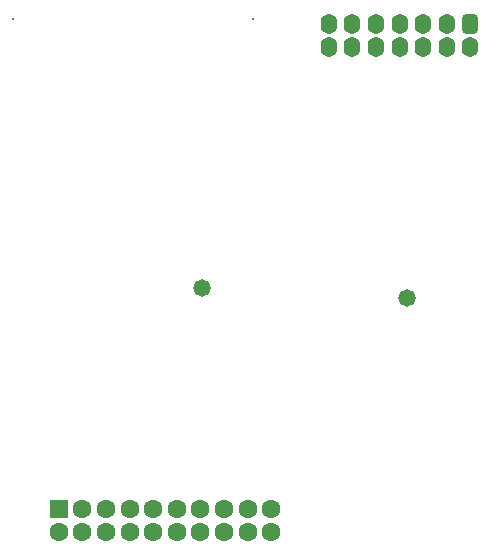
<source format=gbr>
%TF.GenerationSoftware,Altium Limited,Altium Designer,23.5.1 (21)*%
G04 Layer_Color=8388736*
%FSLAX45Y45*%
%MOMM*%
%TF.SameCoordinates,246B43F8-C8EE-452E-B3C0-F8779A116AF4*%
%TF.FilePolarity,Negative*%
%TF.FileFunction,Soldermask,Top*%
%TF.Part,Single*%
G01*
G75*
%TA.AperFunction,ComponentPad*%
%ADD30C,0.20320*%
%ADD31O,1.40320X1.70320*%
G04:AMPARAMS|DCode=32|XSize=1.7032mm|YSize=1.4032mm|CornerRadius=0.4016mm|HoleSize=0mm|Usage=FLASHONLY|Rotation=90.000|XOffset=0mm|YOffset=0mm|HoleType=Round|Shape=RoundedRectangle|*
%AMROUNDEDRECTD32*
21,1,1.70320,0.60000,0,0,90.0*
21,1,0.90000,1.40320,0,0,90.0*
1,1,0.80320,0.30000,0.45000*
1,1,0.80320,0.30000,-0.45000*
1,1,0.80320,-0.30000,-0.45000*
1,1,0.80320,-0.30000,0.45000*
%
%ADD32ROUNDEDRECTD32*%
%ADD33C,1.60320*%
%ADD34R,1.60320X1.60320*%
%TA.AperFunction,ViaPad*%
%ADD35C,1.47320*%
D30*
X660400Y5346700D02*
D03*
X2692400D02*
D03*
D31*
X3333600Y5108800D02*
D03*
X3333600Y5308800D02*
D03*
X3533600Y5108800D02*
D03*
Y5308800D02*
D03*
X3733600Y5108800D02*
D03*
Y5308800D02*
D03*
X3933600Y5108800D02*
D03*
Y5308800D02*
D03*
X4133600Y5108800D02*
D03*
Y5308800D02*
D03*
X4333600Y5108800D02*
D03*
X4533600D02*
D03*
X4333600Y5308800D02*
D03*
D32*
X4533600D02*
D03*
D33*
X2847900Y1003300D02*
D03*
X2647900D02*
D03*
X2447900D02*
D03*
X2247900D02*
D03*
X2047900D02*
D03*
X1847900D02*
D03*
X1647900D02*
D03*
X1447900D02*
D03*
X1247899D02*
D03*
X1047899D02*
D03*
X2847900Y1203300D02*
D03*
X2647900D02*
D03*
X2447900D02*
D03*
X2247900D02*
D03*
X2047900D02*
D03*
X1847900D02*
D03*
X1647900D02*
D03*
X1447900D02*
D03*
X1247899D02*
D03*
D34*
X1047899D02*
D03*
D35*
X2260600Y3073400D02*
D03*
X4000500Y2984500D02*
D03*
%TF.MD5,da71df3e8650525afda41e7d608170ed*%
M02*

</source>
